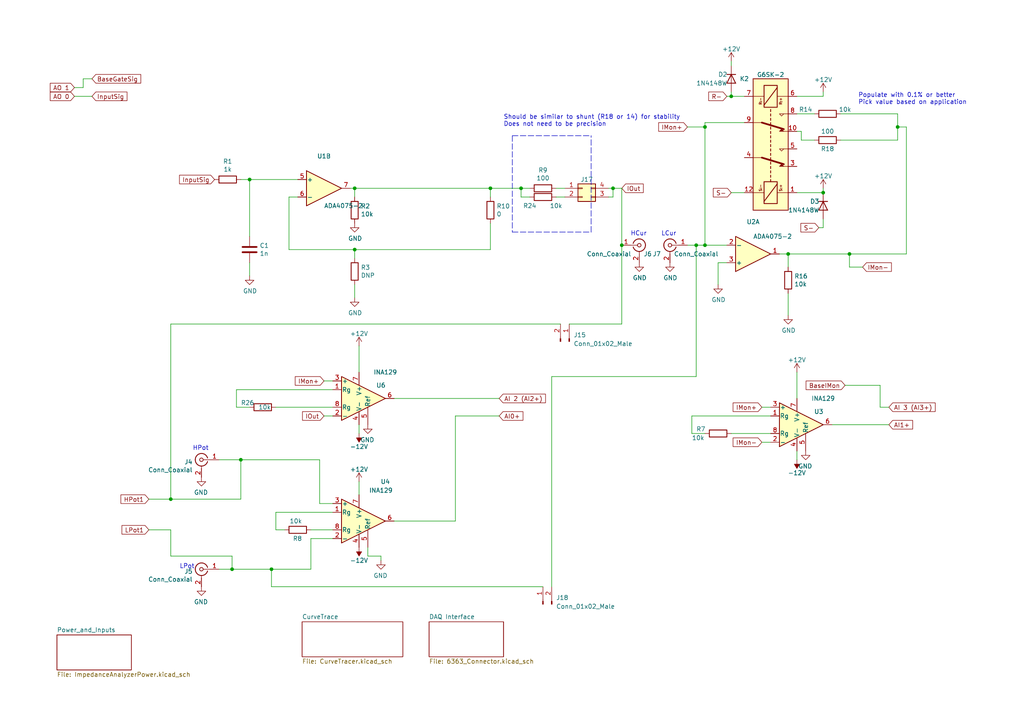
<source format=kicad_sch>
(kicad_sch (version 20211123) (generator eeschema)
  (paper "A4")
  (title_block (rev "C"))
  (lib_symbols
    (symbol "Amplifier_Instrumentation:INA129" (pin_names (offset 0.127))
      (property "Reference" "U" (at 3.81 3.175 0))
      (property "Value" "INA129" (at 3.81 -3.175 0))
      (symbol "INA129_0_1"
        (polyline (pts (xy 7.62 0) (xy -5.08 6.35) (xy -5.08 -6.35) (xy 7.62 0)) (stroke (width 0.254)) (fill (type background)))
      )
      (symbol "INA129_1_1"
        (pin passive line (at -7.62 2.54 0) (length 2.54) (name "Rg") (number "1"))
        (pin input line (at -7.62 -5.08 0) (length 2.54) (name "-") (number "2"))
        (pin input line (at -7.62 5.08 0) (length 2.54) (name "+") (number "3"))
        (pin power_in line (at 0 -7.62 90) (length 3.81) (name "V-") (number "4"))
        (pin input line (at 2.54 -7.62 90) (length 5.08) (name "Ref") (number "5"))
        (pin output line (at 10.16 0 180) (length 2.54) (name "~") (number "6"))
        (pin power_in line (at 0 7.62 270) (length 3.81) (name "V+") (number "7"))
        (pin passive line (at -7.62 -2.54 0) (length 2.54) (name "Rg") (number "8"))
      )
    )
    (symbol "Amplifier_Operational:ADA4075-2" (pin_names (offset 0.127))
      (property "Reference" "U" (at 0 5.08 0))
      (property "Value" "ADA4075-2" (at 0 -5.08 0))
      (symbol "ADA4075-2_1_1"
        (polyline (pts (xy -5.08 5.08) (xy 5.08 0) (xy -5.08 -5.08) (xy -5.08 5.08)) (stroke (width 0.254)) (fill (type background)))
        (pin output line (at 7.62 0 180) (length 2.54) (name "~") (number "1"))
        (pin input line (at -7.62 -2.54 0) (length 2.54) (name "-") (number "2"))
        (pin input line (at -7.62 2.54 0) (length 2.54) (name "+") (number "3"))
      )
      (symbol "ADA4075-2_2_1"
        (polyline (pts (xy -5.08 5.08) (xy 5.08 0) (xy -5.08 -5.08) (xy -5.08 5.08)) (stroke (width 0.254)) (fill (type background)))
        (pin input line (at -7.62 2.54 0) (length 2.54) (name "+") (number "5"))
        (pin input line (at -7.62 -2.54 0) (length 2.54) (name "-") (number "6"))
        (pin output line (at 7.62 0 180) (length 2.54) (name "~") (number "7"))
      )
      (symbol "ADA4075-2_3_1"
        (pin power_in line (at -2.54 -7.62 90) (length 3.81) (name "V-") (number "4"))
        (pin power_in line (at -2.54 7.62 270) (length 3.81) (name "V+") (number "8"))
      )
    )
    (symbol "Connector:Conn_01x02_Male" (pin_names (offset 1.016) hide)
      (property "Reference" "J" (at 0 2.54 0))
      (property "Value" "Conn_01x02_Male" (at 0 -5.08 0))
      (symbol "Conn_01x02_Male_1_1"
        (polyline (pts (xy 1.27 -2.54) (xy 0.8636 -2.54)) (stroke (width 0.1524)))
        (polyline (pts (xy 1.27 0) (xy 0.8636 0)) (stroke (width 0.1524)))
        (rectangle (start 0.8636 -2.413) (end 0 -2.667) (stroke (width 0.1524)) (fill (type outline)))
        (rectangle (start 0.8636 0.127) (end 0 -0.127) (stroke (width 0.1524)) (fill (type outline)))
        (pin passive line (at 5.08 0 180) (length 3.81) (name "Pin_1") (number "1"))
        (pin passive line (at 5.08 -2.54 180) (length 3.81) (name "Pin_2") (number "2"))
      )
    )
    (symbol "Connector:Conn_Coaxial" (pin_names (offset 1.016) hide)
      (property "Reference" "J" (at 0.254 3.048 0))
      (property "Value" "Conn_Coaxial" (at 2.921 0 90))
      (symbol "Conn_Coaxial_0_1"
        (arc (start -1.778 -0.508) (mid 0.222 -1.808) (end 1.778 0) (stroke (width 0.254)))
        (polyline (pts (xy -2.54 0) (xy -0.508 0)))
        (polyline (pts (xy 0 -2.54) (xy 0 -1.778)))
        (circle (center 0 0) (radius 0.508) (stroke (width 0.2032)))
        (arc (start 1.778 0) (mid 0.222 1.8083) (end -1.778 0.508) (stroke (width 0.254)))
      )
      (symbol "Conn_Coaxial_1_1"
        (pin passive line (at -5.08 0 0) (length 2.54) (name "In") (number "1"))
        (pin passive line (at 0 -5.08 90) (length 2.54) (name "Ext") (number "2"))
      )
    )
    (symbol "Connector_Generic:Conn_02x02_Counter_Clockwise" (pin_names (offset 1.016) hide)
      (property "Reference" "J" (at 1.27 2.54 0))
      (property "Value" "Conn_02x02_Counter_Clockwise" (at 1.27 -5.08 0))
      (symbol "Conn_02x02_Counter_Clockwise_1_1"
        (rectangle (start -1.27 -2.413) (end 0 -2.667) (stroke (width 0.1524)))
        (rectangle (start -1.27 0.127) (end 0 -0.127) (stroke (width 0.1524)))
        (rectangle (start -1.27 1.27) (end 3.81 -3.81) (stroke (width 0.254)) (fill (type background)))
        (rectangle (start 3.81 -2.413) (end 2.54 -2.667) (stroke (width 0.1524)))
        (rectangle (start 3.81 0.127) (end 2.54 -0.127) (stroke (width 0.1524)))
        (pin passive line (at -5.08 0 0) (length 3.81) (name "Pin_1") (number "1"))
        (pin passive line (at -5.08 -2.54 0) (length 3.81) (name "Pin_2") (number "2"))
        (pin passive line (at 7.62 -2.54 180) (length 3.81) (name "Pin_3") (number "3"))
        (pin passive line (at 7.62 0 180) (length 3.81) (name "Pin_4") (number "4"))
      )
    )
    (symbol "Device:C" (pin_numbers hide) (pin_names (offset 0.254))
      (property "Reference" "C" (at 0.635 2.54 0))
      (property "Value" "C" (at 0.635 -2.54 0))
      (symbol "C_0_1"
        (polyline (pts (xy -2.032 -0.762) (xy 2.032 -0.762)) (stroke (width 0.508)))
        (polyline (pts (xy -2.032 0.762) (xy 2.032 0.762)) (stroke (width 0.508)))
      )
      (symbol "C_1_1"
        (pin passive line (at 0 3.81 270) (length 2.794) (name "~") (number "1"))
        (pin passive line (at 0 -3.81 90) (length 2.794) (name "~") (number "2"))
      )
    )
    (symbol "Device:R" (pin_numbers hide) (pin_names (offset 0))
      (property "Reference" "R" (at 2.032 0 90))
      (property "Value" "R" (at 0 0 90))
      (symbol "R_0_1"
        (rectangle (start -1.016 -2.54) (end 1.016 2.54) (stroke (width 0.254)))
      )
      (symbol "R_1_1"
        (pin passive line (at 0 3.81 270) (length 1.27) (name "~") (number "1"))
        (pin passive line (at 0 -3.81 90) (length 1.27) (name "~") (number "2"))
      )
    )
    (symbol "Diode:1N4148W" (pin_numbers hide) (pin_names (offset 1.016) hide)
      (property "Reference" "D" (at 0 2.54 0))
      (property "Value" "1N4148W" (at 0 -2.54 0))
      (symbol "1N4148W_0_1"
        (polyline (pts (xy -1.27 1.27) (xy -1.27 -1.27)) (stroke (width 0.254)))
        (polyline (pts (xy 1.27 0) (xy -1.27 0)))
        (polyline (pts (xy 1.27 1.27) (xy 1.27 -1.27) (xy -1.27 0) (xy 1.27 1.27)) (stroke (width 0.254)))
      )
      (symbol "1N4148W_1_1"
        (pin passive line (at -3.81 0 0) (length 2.54) (name "K") (number "1"))
        (pin passive line (at 3.81 0 180) (length 2.54) (name "A") (number "2"))
      )
    )
    (symbol "Relay:G6SK-2"
      (property "Reference" "K" (at 21.59 3.81 0))
      (property "Value" "G6SK-2" (at 21.59 1.27 0))
      (symbol "G6SK-2_0_0"
        (text "R:+" (at 13.843 2.921 0) (effects (font (size 0.762 0.762))))
        (text "R:-" (at 13.843 -2.921 0) (effects (font (size 0.762 0.762))))
        (text "S:+" (at -11.303 2.921 0) (effects (font (size 0.762 0.762))))
        (text "S:-" (at -11.303 -2.921 0) (effects (font (size 0.762 0.762))))
      )
      (symbol "G6SK-2_0_1"
        (rectangle (start -17.78 5.08) (end 20.32 -5.08) (stroke (width 0.254)) (fill (type background)))
        (rectangle (start -15.875 1.905) (end -9.525 -1.905) (stroke (width 0.254)))
        (polyline (pts (xy -15.24 -1.905) (xy -10.16 1.905)) (stroke (width 0.254)))
        (polyline (pts (xy -12.7 -5.08) (xy -12.7 -1.905)))
        (polyline (pts (xy -12.7 5.08) (xy -12.7 1.905)))
        (polyline (pts (xy -9.525 0) (xy -8.89 0)) (stroke (width 0.254)))
        (polyline (pts (xy -8.255 0) (xy -7.62 0)) (stroke (width 0.254)))
        (polyline (pts (xy -6.985 0) (xy -6.35 0)) (stroke (width 0.254)))
        (polyline (pts (xy -5.715 0) (xy -5.08 0)) (stroke (width 0.254)))
        (polyline (pts (xy -4.445 0) (xy -3.81 0)) (stroke (width 0.254)))
        (polyline (pts (xy -3.175 0) (xy -2.54 0)) (stroke (width 0.254)))
        (polyline (pts (xy -2.54 -2.54) (xy -4.445 3.81)) (stroke (width 0.508)))
        (polyline (pts (xy -2.54 -2.54) (xy -2.54 -5.08)))
        (polyline (pts (xy -1.905 0) (xy -1.27 0)) (stroke (width 0.254)))
        (polyline (pts (xy -0.635 0) (xy 0 0)) (stroke (width 0.254)))
        (polyline (pts (xy 0.635 0) (xy 1.27 0)) (stroke (width 0.254)))
        (polyline (pts (xy 1.905 0) (xy 2.54 0)) (stroke (width 0.254)))
        (polyline (pts (xy 3.175 0) (xy 3.81 0)) (stroke (width 0.254)))
        (polyline (pts (xy 4.445 0) (xy 5.08 0)) (stroke (width 0.254)))
        (polyline (pts (xy 5.715 0) (xy 6.35 0)) (stroke (width 0.254)))
        (polyline (pts (xy 6.985 0) (xy 7.62 0)) (stroke (width 0.254)))
        (polyline (pts (xy 7.62 -2.54) (xy 5.715 3.81)) (stroke (width 0.508)))
        (polyline (pts (xy 7.62 -2.54) (xy 7.62 -5.08)))
        (polyline (pts (xy 8.255 0) (xy 8.89 0)) (stroke (width 0.254)))
        (polyline (pts (xy 9.525 0) (xy 10.16 0)) (stroke (width 0.254)))
        (polyline (pts (xy 10.795 0) (xy 11.43 0)) (stroke (width 0.254)))
        (polyline (pts (xy 12.7 -1.905) (xy 17.78 1.905)) (stroke (width 0.254)))
        (polyline (pts (xy 15.24 -5.08) (xy 15.24 -1.905)))
        (polyline (pts (xy 15.24 5.08) (xy 15.24 1.905)))
        (polyline (pts (xy -5.08 5.08) (xy -5.08 2.54) (xy -4.445 3.175) (xy -5.08 3.81)) (fill (type outline)))
        (polyline (pts (xy 0 5.08) (xy 0 2.54) (xy -0.635 3.175) (xy 0 3.81)))
        (polyline (pts (xy 5.08 5.08) (xy 5.08 2.54) (xy 5.715 3.175) (xy 5.08 3.81)) (fill (type outline)))
        (polyline (pts (xy 10.16 5.08) (xy 10.16 2.54) (xy 9.525 3.175) (xy 10.16 3.81)))
        (rectangle (start 12.065 1.905) (end 18.415 -1.905) (stroke (width 0.254)))
      )
      (symbol "G6SK-2_1_1"
        (pin passive line (at -12.7 7.62 270) (length 2.54) (name "~") (number "1"))
        (pin passive line (at 5.08 7.62 270) (length 2.54) (name "~") (number "10"))
        (pin passive line (at -12.7 -7.62 90) (length 2.54) (name "~") (number "12"))
        (pin passive line (at -5.08 7.62 270) (length 2.54) (name "~") (number "3"))
        (pin passive line (at -2.54 -7.62 90) (length 2.54) (name "~") (number "4"))
        (pin passive line (at 0 7.62 270) (length 2.54) (name "~") (number "5"))
        (pin passive line (at 15.24 7.62 270) (length 2.54) (name "~") (number "6"))
        (pin passive line (at 15.24 -7.62 90) (length 2.54) (name "~") (number "7"))
        (pin passive line (at 10.16 7.62 270) (length 2.54) (name "~") (number "8"))
        (pin passive line (at 7.62 -7.62 90) (length 2.54) (name "~") (number "9"))
      )
    )
    (symbol "power:+12V" (power) (pin_names (offset 0))
      (property "Value" "+12V" (at 0 3.556 0))
      (symbol "+12V_0_1"
        (polyline (pts (xy -0.762 1.27) (xy 0 2.54)))
        (polyline (pts (xy 0 0) (xy 0 2.54)))
        (polyline (pts (xy 0 2.54) (xy 0.762 1.27)))
      )
      (symbol "+12V_1_1"
        (pin power_in line (at 0 0 90) (length 0) hide (name "+12V") (number "1"))
      )
    )
    (symbol "power:-12V" (power) (pin_names (offset 0))
      (property "Value" "-12V" (at 0 3.81 0))
      (symbol "-12V_0_0"
        (pin power_in line (at 0 0 90) (length 0) hide (name "-12V") (number "1"))
      )
      (symbol "-12V_0_1"
        (polyline (pts (xy 0 0) (xy 0 1.27) (xy 0.762 1.27) (xy 0 2.54) (xy -0.762 1.27) (xy 0 1.27)) (fill (type outline)))
      )
    )
    (symbol "power:GND" (power) (pin_names (offset 0))
      (property "Value" "GND" (at 0 -3.81 0))
      (symbol "GND_0_1"
        (polyline (pts (xy 0 0) (xy 0 -1.27) (xy 1.27 -1.27) (xy 0 -2.54) (xy -1.27 -1.27) (xy 0 -1.27)))
      )
      (symbol "GND_1_1"
        (pin power_in line (at 0 0 270) (length 0) hide (name "GND") (number "1"))
      )
    )
  )
  (junction (at 204.47 36.83))
  (junction (at 67.31 165.1))
  (junction (at 260.35 36.83))
  (junction (at 69.85 133.35))
  (junction (at 177.8 54.61))
  (junction (at 102.87 72.39))
  (junction (at 49.53 144.78))
  (junction (at 201.93 71.12))
  (junction (at 78.74 165.1))
  (junction (at 238.76 55.88))
  (junction (at 212.09 27.94))
  (junction (at 72.39 52.07))
  (junction (at 228.6 73.66))
  (junction (at 246.38 73.66))
  (junction (at 102.87 54.61))
  (junction (at 180.34 71.12))
  (junction (at 142.24 54.61))
  (junction (at 204.47 71.12))
  (junction (at 151.13 54.61))
  (wire (pts (xy 83.82 72.39) (xy 83.82 57.15)))
  (wire (pts (xy 231.14 33.02) (xy 236.22 33.02)))
  (wire (pts (xy 212.09 26.67) (xy 212.09 27.94)))
  (wire (pts (xy 231.14 133.35) (xy 231.14 130.81)))
  (wire (pts (xy 215.9 35.56) (xy 204.47 35.56)))
  (wire (pts (xy 102.87 72.39) (xy 83.82 72.39)))
  (wire (pts (xy 104.14 139.7) (xy 104.14 143.51)))
  (wire (pts (xy 114.3 115.57) (xy 144.78 115.57)))
  (wire (pts (xy 257.81 118.11) (xy 255.27 118.11)))
  (wire (pts (xy 102.87 74.93) (xy 102.87 72.39)))
  (wire (pts (xy 260.35 36.83) (xy 260.35 40.64)))
  (wire (pts (xy 231.14 27.94) (xy 238.76 27.94)))
  (wire (pts (xy 43.18 153.67) (xy 49.53 153.67)))
  (wire (pts (xy 176.53 57.15) (xy 177.8 57.15)))
  (wire (pts (xy 212.09 55.88) (xy 215.9 55.88)))
  (wire (pts (xy 21.59 27.94) (xy 26.67 27.94)))
  (wire (pts (xy 180.34 71.12) (xy 180.34 93.98)))
  (wire (pts (xy 210.82 27.94) (xy 212.09 27.94)))
  (wire (pts (xy 72.39 52.07) (xy 86.36 52.07)))
  (wire (pts (xy 200.66 120.65) (xy 223.52 120.65)))
  (wire (pts (xy 180.34 54.61) (xy 180.34 71.12)))
  (wire (pts (xy 176.53 54.61) (xy 177.8 54.61)))
  (wire (pts (xy 201.93 71.12) (xy 204.47 71.12)))
  (wire (pts (xy 92.71 133.35) (xy 69.85 133.35)))
  (wire (pts (xy 231.14 55.88) (xy 238.76 55.88)))
  (wire (pts (xy 212.09 27.94) (xy 215.9 27.94)))
  (wire (pts (xy 110.49 162.56) (xy 110.49 161.29)))
  (wire (pts (xy 72.39 118.11) (xy 68.58 118.11)))
  (wire (pts (xy 199.39 71.12) (xy 201.93 71.12)))
  (wire (pts (xy 92.71 146.05) (xy 92.71 133.35)))
  (wire (pts (xy 49.53 153.67) (xy 49.53 161.29)))
  (wire (pts (xy 102.87 54.61) (xy 142.24 54.61)))
  (wire (pts (xy 96.52 146.05) (xy 92.71 146.05)))
  (wire (pts (xy 160.02 109.22) (xy 201.93 109.22)))
  (wire (pts (xy 104.14 100.33) (xy 104.14 107.95)))
  (wire (pts (xy 80.01 148.59) (xy 80.01 153.67)))
  (wire (pts (xy 237.49 66.04) (xy 238.76 66.04)))
  (wire (pts (xy 204.47 36.83) (xy 204.47 71.12)))
  (wire (pts (xy 102.87 86.36) (xy 102.87 82.55)))
  (wire (pts (xy 101.6 54.61) (xy 102.87 54.61)))
  (wire (pts (xy 114.3 151.13) (xy 132.08 151.13)))
  (polyline (pts (xy 171.45 67.31) (xy 171.45 39.37)))
  (wire (pts (xy 236.22 40.64) (xy 232.41 40.64)))
  (wire (pts (xy 142.24 54.61) (xy 151.13 54.61)))
  (wire (pts (xy 151.13 57.15) (xy 151.13 54.61)))
  (wire (pts (xy 177.8 54.61) (xy 180.34 54.61)))
  (wire (pts (xy 223.52 128.27) (xy 220.98 128.27)))
  (wire (pts (xy 228.6 91.44) (xy 228.6 85.09)))
  (wire (pts (xy 90.17 153.67) (xy 96.52 153.67)))
  (wire (pts (xy 220.98 118.11) (xy 223.52 118.11)))
  (polyline (pts (xy 148.59 39.37) (xy 148.59 67.31)))
  (wire (pts (xy 238.76 27.94) (xy 238.76 26.67)))
  (wire (pts (xy 24.13 22.86) (xy 26.67 22.86)))
  (wire (pts (xy 90.17 156.21) (xy 96.52 156.21)))
  (wire (pts (xy 151.13 54.61) (xy 153.67 54.61)))
  (wire (pts (xy 226.06 73.66) (xy 228.6 73.66)))
  (wire (pts (xy 212.09 17.78) (xy 212.09 19.05)))
  (wire (pts (xy 110.49 161.29) (xy 106.68 161.29)))
  (wire (pts (xy 238.76 66.04) (xy 238.76 63.5)))
  (wire (pts (xy 102.87 54.61) (xy 102.87 57.15)))
  (wire (pts (xy 153.67 57.15) (xy 151.13 57.15)))
  (wire (pts (xy 80.01 118.11) (xy 96.52 118.11)))
  (wire (pts (xy 49.53 161.29) (xy 67.31 161.29)))
  (wire (pts (xy 246.38 73.66) (xy 262.89 73.66)))
  (wire (pts (xy 106.68 161.29) (xy 106.68 158.75)))
  (wire (pts (xy 49.53 93.98) (xy 49.53 144.78)))
  (wire (pts (xy 96.52 120.65) (xy 93.98 120.65)))
  (wire (pts (xy 241.3 123.19) (xy 257.81 123.19)))
  (wire (pts (xy 228.6 73.66) (xy 246.38 73.66)))
  (wire (pts (xy 231.14 107.95) (xy 231.14 115.57)))
  (wire (pts (xy 208.28 76.2) (xy 210.82 76.2)))
  (wire (pts (xy 43.18 144.78) (xy 49.53 144.78)))
  (wire (pts (xy 78.74 165.1) (xy 67.31 165.1)))
  (wire (pts (xy 21.59 25.4) (xy 24.13 25.4)))
  (wire (pts (xy 104.14 125.73) (xy 104.14 123.19)))
  (wire (pts (xy 162.56 93.98) (xy 49.53 93.98)))
  (wire (pts (xy 82.55 153.67) (xy 80.01 153.67)))
  (wire (pts (xy 90.17 156.21) (xy 90.17 165.1)))
  (wire (pts (xy 208.28 82.55) (xy 208.28 76.2)))
  (wire (pts (xy 161.29 57.15) (xy 163.83 57.15)))
  (wire (pts (xy 201.93 109.22) (xy 201.93 71.12)))
  (wire (pts (xy 212.09 125.73) (xy 223.52 125.73)))
  (wire (pts (xy 68.58 113.03) (xy 68.58 118.11)))
  (wire (pts (xy 160.02 170.18) (xy 160.02 109.22)))
  (wire (pts (xy 67.31 165.1) (xy 63.5 165.1)))
  (wire (pts (xy 90.17 165.1) (xy 78.74 165.1)))
  (wire (pts (xy 232.41 38.1) (xy 231.14 38.1)))
  (wire (pts (xy 142.24 64.77) (xy 142.24 72.39)))
  (wire (pts (xy 161.29 54.61) (xy 163.83 54.61)))
  (wire (pts (xy 250.19 77.47) (xy 246.38 77.47)))
  (wire (pts (xy 93.98 110.49) (xy 96.52 110.49)))
  (wire (pts (xy 24.13 25.4) (xy 24.13 22.86)))
  (wire (pts (xy 255.27 118.11) (xy 255.27 111.76)))
  (wire (pts (xy 72.39 52.07) (xy 72.39 68.58)))
  (wire (pts (xy 200.66 120.65) (xy 200.66 125.73)))
  (wire (pts (xy 144.78 120.65) (xy 132.08 120.65)))
  (wire (pts (xy 102.87 72.39) (xy 142.24 72.39)))
  (polyline (pts (xy 148.59 67.31) (xy 171.45 67.31)))
  (wire (pts (xy 69.85 144.78) (xy 69.85 133.35)))
  (wire (pts (xy 157.48 170.18) (xy 78.74 170.18)))
  (wire (pts (xy 72.39 80.01) (xy 72.39 76.2)))
  (wire (pts (xy 165.1 93.98) (xy 180.34 93.98)))
  (wire (pts (xy 246.38 77.47) (xy 246.38 73.66)))
  (wire (pts (xy 262.89 36.83) (xy 260.35 36.83)))
  (wire (pts (xy 243.84 33.02) (xy 260.35 33.02)))
  (wire (pts (xy 204.47 35.56) (xy 204.47 36.83)))
  (wire (pts (xy 262.89 36.83) (xy 262.89 73.66)))
  (wire (pts (xy 142.24 54.61) (xy 142.24 57.15)))
  (wire (pts (xy 260.35 33.02) (xy 260.35 36.83)))
  (wire (pts (xy 245.11 111.76) (xy 255.27 111.76)))
  (wire (pts (xy 49.53 144.78) (xy 69.85 144.78)))
  (wire (pts (xy 199.39 36.83) (xy 204.47 36.83)))
  (wire (pts (xy 132.08 120.65) (xy 132.08 151.13)))
  (wire (pts (xy 228.6 73.66) (xy 228.6 77.47)))
  (wire (pts (xy 69.85 52.07) (xy 72.39 52.07)))
  (wire (pts (xy 232.41 40.64) (xy 232.41 38.1)))
  (polyline (pts (xy 148.59 39.37) (xy 171.45 39.37)))
  (wire (pts (xy 210.82 71.12) (xy 204.47 71.12)))
  (wire (pts (xy 67.31 161.29) (xy 67.31 165.1)))
  (wire (pts (xy 78.74 170.18) (xy 78.74 165.1)))
  (wire (pts (xy 177.8 57.15) (xy 177.8 54.61)))
  (wire (pts (xy 68.58 113.03) (xy 96.52 113.03)))
  (wire (pts (xy 83.82 57.15) (xy 86.36 57.15)))
  (wire (pts (xy 204.47 125.73) (xy 200.66 125.73)))
  (wire (pts (xy 69.85 133.35) (xy 63.5 133.35)))
  (wire (pts (xy 238.76 55.88) (xy 238.76 54.61)))
  (wire (pts (xy 80.01 148.59) (xy 96.52 148.59)))
  (wire (pts (xy 243.84 40.64) (xy 260.35 40.64)))
  (text "HCur" (at 182.88 68.58 0) (effects (font (size 1.27 1.27)) (justify left bottom)))
  (text "Should be similar to shunt (R18 or 14) for stability\nDoes not need to be precision" (at 146.05 36.83 0) (effects (font (size 1.27 1.27)) (justify left bottom)))
  (text "LCur" (at 191.77 68.58 0) (effects (font (size 1.27 1.27)) (justify left bottom)))
  (text "LPot" (at 52.07 165.1 0) (effects (font (size 1.27 1.27)) (justify left bottom)))
  (text "HPot" (at 55.88 130.81 0) (effects (font (size 1.27 1.27)) (justify left bottom)))
  (text "Populate with 0.1% or better\nPick value based on application" (at 248.92 30.48 0) (effects (font (size 1.27 1.27)) (justify left bottom)))
  (global_label "IMon-" (shape input) (at 250.19 77.47 0) (property "Intersheet References" "${INTERSHEET_REFS}" (effects hide)))
  (global_label "IMon-" (shape input) (at 220.98 128.27 180) (property "Intersheet References" "${INTERSHEET_REFS}" (effects hide)))
  (global_label "AI1+" (shape input) (at 257.81 123.19 0) (property "Intersheet References" "${INTERSHEET_REFS}" (effects hide)))
  (global_label "AI 2 (AI2+)" (shape input) (at 144.78 115.57 0) (property "Intersheet References" "${INTERSHEET_REFS}" (effects hide)))
  (global_label "InputSig" (shape input) (at 62.23 52.07 180) (property "Intersheet References" "${INTERSHEET_REFS}" (effects hide)))
  (global_label "AO 1" (shape input) (at 21.59 25.4 180) (property "Intersheet References" "${INTERSHEET_REFS}" (effects hide)))
  (global_label "LPot1" (shape input) (at 43.18 153.67 180) (property "Intersheet References" "${INTERSHEET_REFS}" (effects hide)))
  (global_label "IOut" (shape input) (at 180.34 54.61 0) (property "Intersheet References" "${INTERSHEET_REFS}" (effects hide)))
  (global_label "BaseIMon" (shape input) (at 245.11 111.76 180) (property "Intersheet References" "${INTERSHEET_REFS}" (effects hide)))
  (global_label "IMon+" (shape input) (at 199.39 36.83 180) (property "Intersheet References" "${INTERSHEET_REFS}" (effects hide)))
  (global_label "AI0+" (shape input) (at 144.78 120.65 0) (property "Intersheet References" "${INTERSHEET_REFS}" (effects hide)))
  (global_label "S-" (shape input) (at 212.09 55.88 180) (property "Intersheet References" "${INTERSHEET_REFS}" (effects hide)))
  (global_label "R-" (shape input) (at 210.82 27.94 180) (property "Intersheet References" "${INTERSHEET_REFS}" (effects hide)))
  (global_label "AO 0" (shape input) (at 21.59 27.94 180) (property "Intersheet References" "${INTERSHEET_REFS}" (effects hide)))
  (global_label "IMon+" (shape input) (at 220.98 118.11 180) (property "Intersheet References" "${INTERSHEET_REFS}" (effects hide)))
  (global_label "IOut" (shape input) (at 93.98 120.65 180) (property "Intersheet References" "${INTERSHEET_REFS}" (effects hide)))
  (global_label "HPot1" (shape input) (at 43.18 144.78 180) (property "Intersheet References" "${INTERSHEET_REFS}" (effects hide)))
  (global_label "IMon+" (shape input) (at 93.98 110.49 180) (property "Intersheet References" "${INTERSHEET_REFS}" (effects hide)))
  (global_label "S-" (shape input) (at 237.49 66.04 180) (property "Intersheet References" "${INTERSHEET_REFS}" (effects hide)))
  (global_label "AI 3 (AI3+)" (shape input) (at 257.81 118.11 0) (property "Intersheet References" "${INTERSHEET_REFS}" (effects hide)))
  (global_label "BaseGateSig" (shape input) (at 26.67 22.86 0) (property "Intersheet References" "${INTERSHEET_REFS}" (effects hide)))
  (global_label "InputSig" (shape input) (at 26.67 27.94 0) (property "Intersheet References" "${INTERSHEET_REFS}" (effects hide)))
  (symbol (lib_id "Amplifier_Instrumentation:INA129") (at 104.14 151.13 0) (unit 1)
    (property "Reference" "U4" (at 111.76 139.7 0))
    (property "Value" "INA129" (at 110.49 142.24 0))
    (property "Footprint" "Package_DIP:DIP-8_W7.62mm" (effects hide))
    (property "Datasheet" "http://www.ti.com/lit/ds/symlink/ina128.pdf" (effects hide))
  )
  (symbol (lib_id "Device:R") (at 102.87 60.96 0) (unit 1)
    (property "Reference" "R2" (at 104.648 59.7916 0) (effects (justify left)))
    (property "Value" "10k" (at 104.648 62.103 0) (effects (justify left)))
    (property "Footprint" "Resistor_SMD:R_1206_3216Metric" (effects hide))
  )
  (symbol (lib_id "Device:R") (at 102.87 78.74 0) (unit 1) (on_board no)
    (property "Reference" "R3" (at 104.648 77.5716 0) (effects (justify left)))
    (property "Value" "DNP" (at 104.648 79.883 0) (effects (justify left)))
    (property "Footprint" "Resistor_SMD:R_1206_3216Metric" (effects hide))
  )
  (symbol (lib_id "Device:R") (at 66.04 52.07 270) (unit 1)
    (property "Reference" "R1" (at 66.04 46.8122 90))
    (property "Value" "1k" (at 66.04 49.1236 90))
    (property "Footprint" "Resistor_SMD:R_1206_3216Metric" (effects hide))
  )
  (symbol (lib_id "Device:C") (at 72.39 72.39 0) (unit 1)
    (property "Reference" "C1" (at 75.311 71.2216 0) (effects (justify left)))
    (property "Value" "1n" (at 75.311 73.533 0) (effects (justify left)))
    (property "Footprint" "Capacitor_SMD:C_0805_2012Metric" (effects hide))
  )
  (symbol (lib_id "power:GND") (at 72.39 80.01 0) (unit 1)
    (property "Reference" "#PWR0102" (effects hide))
    (property "Value" "GND" (at 72.517 84.4042 0))
  )
  (symbol (lib_id "power:GND") (at 102.87 86.36 0) (unit 1)
    (property "Reference" "#PWR0103" (effects hide))
    (property "Value" "GND" (at 102.997 90.7542 0))
  )
  (symbol (lib_id "Device:R") (at 157.48 54.61 270) (unit 1)
    (property "Reference" "R9" (at 157.48 49.3522 90))
    (property "Value" "100" (at 157.48 51.6636 90))
    (property "Footprint" "Resistor_SMD:R_1206_3216Metric" (effects hide))
  )
  (symbol (lib_id "Connector:Conn_Coaxial") (at 185.42 71.12 0) (unit 1)
    (property "Reference" "J6" (at 186.69 73.66 0) (effects (justify left)))
    (property "Value" "Conn_Coaxial" (at 170.18 73.66 0) (effects (justify left)))
    (property "Footprint" "Eli_Lib:31-5486-1010 BNC Panel RA" (effects hide))
    (property "Datasheet" " ~" (effects hide))
  )
  (symbol (lib_id "Connector:Conn_Coaxial") (at 58.42 133.35 0) (mirror y) (unit 1)
    (property "Reference" "J4" (at 55.88 133.985 0) (effects (justify left)))
    (property "Value" "Conn_Coaxial" (at 55.88 136.2964 0) (effects (justify left)))
    (property "Footprint" "Eli_Lib:31-5486-1010 BNC Panel RA" (effects hide))
    (property "Datasheet" " ~" (effects hide))
  )
  (symbol (lib_id "Connector:Conn_Coaxial") (at 58.42 165.1 0) (mirror y) (unit 1)
    (property "Reference" "J5" (at 55.88 165.735 0) (effects (justify left)))
    (property "Value" "Conn_Coaxial" (at 55.88 168.0464 0) (effects (justify left)))
    (property "Footprint" "Eli_Lib:31-5486-1010 BNC Panel RA" (effects hide))
    (property "Datasheet" " ~" (effects hide))
  )
  (symbol (lib_id "Connector:Conn_Coaxial") (at 194.31 71.12 0) (mirror y) (unit 1)
    (property "Reference" "J7" (at 190.5 73.66 0))
    (property "Value" "Conn_Coaxial" (at 201.93 73.66 0))
    (property "Footprint" "Eli_Lib:31-5486-1010 BNC Panel RA" (effects hide))
    (property "Datasheet" " ~" (effects hide))
  )
  (symbol (lib_id "power:GND") (at 58.42 138.43 0) (mirror y) (unit 1)
    (property "Reference" "#PWR0106" (effects hide))
    (property "Value" "GND" (at 58.293 142.8242 0))
  )
  (symbol (lib_id "power:GND") (at 185.42 76.2 0) (unit 1)
    (property "Reference" "#PWR0107" (effects hide))
    (property "Value" "GND" (at 185.547 80.5942 0))
  )
  (symbol (lib_id "power:GND") (at 58.42 170.18 0) (mirror y) (unit 1)
    (property "Reference" "#PWR0108" (effects hide))
    (property "Value" "GND" (at 58.293 174.5742 0))
  )
  (symbol (lib_id "power:GND") (at 194.31 76.2 0) (unit 1)
    (property "Reference" "#PWR0109" (effects hide))
    (property "Value" "GND" (at 194.437 80.5942 0))
  )
  (symbol (lib_id "Amplifier_Instrumentation:INA129") (at 231.14 123.19 0) (unit 1)
    (property "Reference" "U3" (at 237.49 119.38 0))
    (property "Value" "INA129" (at 238.76 115.57 0))
    (property "Footprint" "Package_DIP:DIP-8_W7.62mm" (effects hide))
    (property "Datasheet" "http://www.ti.com/lit/ds/symlink/ina128.pdf" (effects hide))
  )
  (symbol (lib_id "Device:R") (at 208.28 125.73 270) (unit 1)
    (property "Reference" "R7" (at 201.93 124.46 90) (effects (justify left)))
    (property "Value" "10k" (at 200.66 127 90) (effects (justify left)))
    (property "Footprint" "Resistor_SMD:R_1206_3216Metric" (effects hide))
  )
  (symbol (lib_id "Device:R") (at 86.36 153.67 90) (mirror x) (unit 1)
    (property "Reference" "R8" (at 87.63 156.21 90) (effects (justify left)))
    (property "Value" "10k" (at 87.63 151.13 90) (effects (justify left)))
    (property "Footprint" "Resistor_SMD:R_1206_3216Metric" (effects hide))
  )
  (symbol (lib_id "power:-12V") (at 104.14 158.75 0) (mirror x) (unit 1)
    (property "Reference" "#PWR0114" (effects hide))
    (property "Value" "-12V" (at 104.14 162.56 0))
  )
  (symbol (lib_id "power:-12V") (at 231.14 133.35 0) (mirror x) (unit 1)
    (property "Reference" "#PWR0121" (effects hide))
    (property "Value" "-12V" (at 231.14 137.16 0))
  )
  (symbol (lib_id "power:GND") (at 233.68 130.81 0) (mirror y) (unit 1)
    (property "Reference" "#PWR0122" (effects hide))
    (property "Value" "GND" (at 233.553 135.2042 0))
  )
  (symbol (lib_id "power:GND") (at 110.49 162.56 0) (mirror y) (unit 1)
    (property "Reference" "#PWR0123" (effects hide))
    (property "Value" "GND" (at 110.363 166.9542 0))
  )
  (symbol (lib_id "power:+12V") (at 104.14 139.7 0) (mirror y) (unit 1)
    (property "Reference" "#PWR0113" (effects hide))
    (property "Value" "+12V" (at 104.14 136.144 0))
  )
  (symbol (lib_id "power:+12V") (at 231.14 107.95 0) (mirror y) (unit 1)
    (property "Reference" "#PWR0120" (effects hide))
    (property "Value" "+12V" (at 231.14 104.394 0))
  )
  (symbol (lib_id "Device:R") (at 240.03 40.64 270) (unit 1)
    (property "Reference" "R18" (at 240.03 43.18 90))
    (property "Value" "100" (at 240.03 38.1 90))
    (property "Footprint" "Resistor_SMD:R_1206_3216Metric" (effects hide))
  )
  (symbol (lib_id "Amplifier_Operational:ADA4075-2") (at 218.44 73.66 0) (mirror x) (unit 1)
    (property "Reference" "U2" (at 218.44 64.3382 0))
    (property "Value" "ADA4075-2" (at 218.44 68.58 0) (effects (justify left)))
    (property "Footprint" "Package_SO:SO-8_3.9x4.9mm_P1.27mm" (effects hide))
    (property "Datasheet" "https://www.analog.com/static/imported-files/data_sheets/ADA4075-2.pdf" (effects hide))
  )
  (symbol (lib_id "power:GND") (at 208.28 82.55 0) (unit 1)
    (property "Reference" "#PWR0105" (effects hide))
    (property "Value" "GND" (at 208.407 86.9442 0))
  )
  (symbol (lib_id "Device:R") (at 142.24 60.96 0) (unit 1)
    (property "Reference" "R10" (at 144.018 59.7916 0) (effects (justify left)))
    (property "Value" "0" (at 144.018 62.103 0) (effects (justify left)))
    (property "Footprint" "Resistor_SMD:R_1206_3216Metric" (effects hide))
  )
  (symbol (lib_id "power:-12V") (at 104.14 125.73 0) (mirror x) (unit 1)
    (property "Reference" "#PWR0115" (effects hide))
    (property "Value" "-12V" (at 104.14 129.54 0))
  )
  (symbol (lib_id "power:+12V") (at 238.76 54.61 0) (mirror y) (unit 1)
    (property "Reference" "#PWR0127" (effects hide))
    (property "Value" "+12V" (at 238.76 51.054 0))
  )
  (symbol (lib_id "Device:R") (at 76.2 118.11 270) (unit 1)
    (property "Reference" "R26" (at 69.85 116.84 90) (effects (justify left)))
    (property "Value" "10k" (at 74.93 118.11 90) (effects (justify left)))
    (property "Footprint" "Resistor_SMD:R_1206_3216Metric" (effects hide))
  )
  (symbol (lib_id "power:+12V") (at 238.76 26.67 0) (mirror y) (unit 1)
    (property "Reference" "#PWR0129" (effects hide))
    (property "Value" "+12V" (at 238.76 23.114 0))
  )
  (symbol (lib_id "Connector_Generic:Conn_02x02_Counter_Clockwise") (at 168.91 54.61 0) (unit 1)
    (property "Reference" "J17" (at 170.18 52.07 0))
    (property "Value" "Conn_02x02_Counter_Clockwise" (effects hide))
    (property "Footprint" "Connector_PinHeader_2.54mm:PinHeader_2x02_P2.54mm_Vertical" (effects hide))
  )
  (symbol (lib_id "power:GND") (at 106.68 123.19 0) (mirror y) (unit 1)
    (property "Reference" "#PWR0111" (effects hide))
    (property "Value" "GND" (at 106.553 127.5842 0))
  )
  (symbol (lib_id "power:+12V") (at 104.14 100.33 0) (mirror y) (unit 1)
    (property "Reference" "#PWR0118" (effects hide))
    (property "Value" "+12V" (at 104.14 96.774 0))
  )
  (symbol (lib_id "Diode:1N4148W") (at 212.09 22.86 270) (unit 1)
    (property "Reference" "D2" (at 208.28 21.59 90) (effects (justify left)))
    (property "Value" "1N4148W" (at 201.93 24.13 90) (effects (justify left)))
    (property "Footprint" "Diode_SMD:D_SOD-123" (effects hide))
    (property "Datasheet" "https://www.vishay.com/docs/85748/1n4148w.pdf" (effects hide))
  )
  (symbol (lib_id "Connector:Conn_01x02_Male") (at 157.48 175.26 90) (unit 1)
    (property "Reference" "J18" (at 161.29 173.3549 90) (effects (justify right)))
    (property "Value" "Conn_01x02_Male" (at 161.29 175.8949 90) (effects (justify right)))
    (property "Footprint" "Connector_PinHeader_2.54mm:PinHeader_1x02_P2.54mm_Horizontal" (effects hide))
  )
  (symbol (lib_id "Device:R") (at 228.6 81.28 0) (unit 1)
    (property "Reference" "R16" (at 230.378 80.1116 0) (effects (justify left)))
    (property "Value" "10k" (at 230.378 82.423 0) (effects (justify left)))
    (property "Footprint" "Resistor_SMD:R_1206_3216Metric" (effects hide))
  )
  (symbol (lib_id "power:+12V") (at 212.09 17.78 0) (mirror y) (unit 1)
    (property "Reference" "#PWR0128" (effects hide))
    (property "Value" "+12V" (at 212.09 14.224 0))
  )
  (symbol (lib_id "Device:R") (at 240.03 33.02 270) (unit 1)
    (property "Reference" "R14" (at 233.68 31.75 90))
    (property "Value" "10k" (at 245.11 31.75 90))
    (property "Footprint" "Resistor_SMD:R_1206_3216Metric" (effects hide))
  )
  (symbol (lib_id "Device:R") (at 157.48 57.15 270) (unit 1)
    (property "Reference" "R24" (at 153.67 59.69 90))
    (property "Value" "10k" (at 161.29 59.69 90))
    (property "Footprint" "Resistor_SMD:R_1206_3216Metric" (effects hide))
  )
  (symbol (lib_id "power:GND") (at 102.87 64.77 0) (unit 1)
    (property "Reference" "#PWR0148" (effects hide))
    (property "Value" "GND" (at 102.997 69.1642 0))
  )
  (symbol (lib_id "Connector:Conn_01x02_Male") (at 165.1 99.06 270) (mirror x) (unit 1)
    (property "Reference" "J15" (at 166.37 97.1549 90) (effects (justify left)))
    (property "Value" "Conn_01x02_Male" (at 166.37 99.6949 90) (effects (justify left)))
    (property "Footprint" "Connector_PinHeader_2.54mm:PinHeader_1x02_P2.54mm_Horizontal" (effects hide))
  )
  (symbol (lib_id "Amplifier_Operational:ADA4075-2") (at 93.98 54.61 0) (unit 2)
    (property "Reference" "U1" (at 93.98 45.2882 0))
    (property "Value" "ADA4075-2" (at 93.98 59.69 0) (effects (justify left)))
    (property "Footprint" "Package_SO:SO-8_3.9x4.9mm_P1.27mm" (effects hide))
    (property "Datasheet" "https://www.analog.com/static/imported-files/data_sheets/ADA4075-2.pdf" (effects hide))
  )
  (symbol (lib_id "power:GND") (at 228.6 91.44 0) (unit 1)
    (property "Reference" "#PWR0145" (effects hide))
    (property "Value" "GND" (at 228.727 95.8342 0))
  )
  (symbol (lib_id "Relay:G6SK-2") (at 223.52 43.18 270) (mirror x) (unit 1)
    (property "Reference" "K2" (at 215.9 22.86 90))
    (property "Value" "G6SK-2" (at 223.52 21.6686 90))
    (property "Footprint" "Eli_Lib:RELAY_G6SK-2F DC3_OMR" (effects hide))
    (property "Datasheet" "http://omronfs.omron.com/en_US/ecb/products/pdf/en-g6s.pdf" (effects hide))
  )
  (symbol (lib_id "Diode:1N4148W") (at 238.76 59.69 270) (unit 1)
    (property "Reference" "D3" (at 234.95 58.42 90) (effects (justify left)))
    (property "Value" "1N4148W" (at 228.6 60.96 90) (effects (justify left)))
    (property "Footprint" "Diode_SMD:D_SOD-123" (effects hide))
    (property "Datasheet" "https://www.vishay.com/docs/85748/1n4148w.pdf" (effects hide))
  )
  (symbol (lib_id "Amplifier_Instrumentation:INA129") (at 104.14 115.57 0) (unit 1)
    (property "Reference" "U6" (at 110.49 111.76 0))
    (property "Value" "INA129" (at 111.76 107.95 0))
    (property "Footprint" "Package_DIP:DIP-8_W7.62mm" (effects hide))
    (property "Datasheet" "http://www.ti.com/lit/ds/symlink/ina128.pdf" (effects hide))
  )
  (sheet (at 87.63 180.34) (size 29.21 10.16) (stroke (width 0.1524))
    (property "Sheet name" "CurveTrace" (at 87.63 179.6284 0) (effects (justify left bottom)))
    (property "Sheet file" "CurveTracer.kicad_sch" (at 87.63 191.0846 0) (effects (justify left top)))
  )
  (sheet (at 16.51 184.15) (size 21.59 10.16) (stroke (width 0.1524))
    (property "Sheet name" "Power_and_Inputs" (at 16.51 183.4384 0) (effects (justify left bottom)))
    (property "Sheet file" "ImpedanceAnalyzerPower.kicad_sch" (at 16.51 194.8946 0) (effects (justify left top)))
  )
  (sheet (at 124.46 180.34) (size 21.59 10.16) (stroke (width 0.1524))
    (property "Sheet name" "DAQ Interface" (at 124.46 179.6284 0) (effects (justify left bottom)))
    (property "Sheet file" "6363_Connector.kicad_sch" (at 124.46 191.0846 0) (effects (justify left top)))
  )
)
</source>
